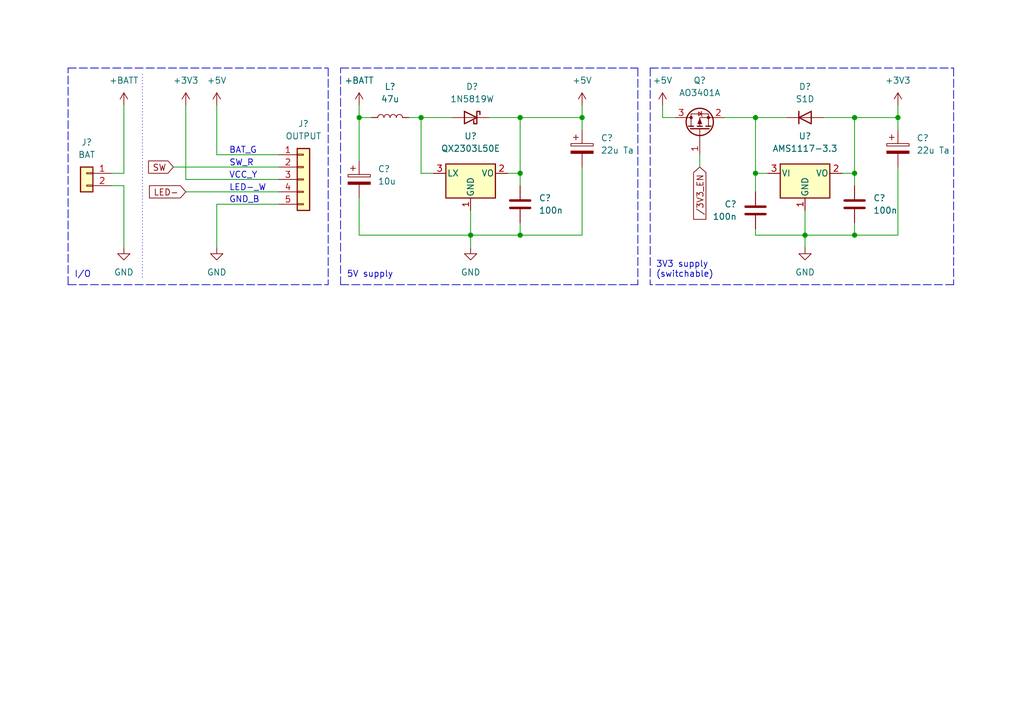
<source format=kicad_sch>
(kicad_sch (version 20211123) (generator eeschema)
  (paper "A5")
  (title_block (title "Napoleon Grill Battery Supply") (date "2024-10-22") (rev "0.1-alpha") (company "Yavook!de") (comment 1 "Napoleon Rogue SE (Special Edition) 425"))
  (lib_symbols
    (symbol "Connector_Generic:Conn_01x02" (pin_names (offset 1.016) hide)
      (property "Reference" "J" (at 0 2.54 0))
      (property "Value" "Conn_01x02" (at 0 -5.08 0))
      (symbol "Conn_01x02_1_1"
        (rectangle (start -1.27 -2.413) (end 0 -2.667) (stroke (width 0.1524)))
        (rectangle (start -1.27 0.127) (end 0 -0.127) (stroke (width 0.1524)))
        (rectangle (start -1.27 1.27) (end 1.27 -3.81) (stroke (width 0.254)) (fill (type background)))
        (pin passive line (at -5.08 0 0) (length 3.81) (name "Pin_1") (number "1"))
        (pin passive line (at -5.08 -2.54 0) (length 3.81) (name "Pin_2") (number "2"))
      )
    )
    (symbol "Connector_Generic:Conn_01x05" (pin_names (offset 1.016) hide)
      (property "Reference" "J" (at 0 7.62 0))
      (property "Value" "Conn_01x05" (at 0 -7.62 0))
      (symbol "Conn_01x05_1_1"
        (rectangle (start -1.27 -4.953) (end 0 -5.207) (stroke (width 0.1524)))
        (rectangle (start -1.27 -2.413) (end 0 -2.667) (stroke (width 0.1524)))
        (rectangle (start -1.27 0.127) (end 0 -0.127) (stroke (width 0.1524)))
        (rectangle (start -1.27 2.667) (end 0 2.413) (stroke (width 0.1524)))
        (rectangle (start -1.27 5.207) (end 0 4.953) (stroke (width 0.1524)))
        (rectangle (start -1.27 6.35) (end 1.27 -6.35) (stroke (width 0.254)) (fill (type background)))
        (pin passive line (at -5.08 5.08 0) (length 3.81) (name "Pin_1") (number "1"))
        (pin passive line (at -5.08 2.54 0) (length 3.81) (name "Pin_2") (number "2"))
        (pin passive line (at -5.08 0 0) (length 3.81) (name "Pin_3") (number "3"))
        (pin passive line (at -5.08 -2.54 0) (length 3.81) (name "Pin_4") (number "4"))
        (pin passive line (at -5.08 -5.08 0) (length 3.81) (name "Pin_5") (number "5"))
      )
    )
    (symbol "Device:C" (pin_numbers hide) (pin_names (offset 0.254))
      (property "Reference" "C" (at 0.635 2.54 0))
      (property "Value" "C" (at 0.635 -2.54 0))
      (symbol "C_0_1"
        (polyline (pts (xy -2.032 -0.762) (xy 2.032 -0.762)) (stroke (width 0.508)))
        (polyline (pts (xy -2.032 0.762) (xy 2.032 0.762)) (stroke (width 0.508)))
      )
      (symbol "C_1_1"
        (pin passive line (at 0 3.81 270) (length 2.794) (name "~") (number "1"))
        (pin passive line (at 0 -3.81 90) (length 2.794) (name "~") (number "2"))
      )
    )
    (symbol "Device:C_Polarized" (pin_numbers hide) (pin_names (offset 0.254))
      (property "Reference" "C" (at 0.635 2.54 0))
      (property "Value" "C_Polarized" (at 0.635 -2.54 0))
      (symbol "C_Polarized_0_1"
        (rectangle (start -2.286 0.508) (end 2.286 1.016))
        (polyline (pts (xy -1.778 2.286) (xy -0.762 2.286)))
        (polyline (pts (xy -1.27 2.794) (xy -1.27 1.778)))
        (rectangle (start 2.286 -0.508) (end -2.286 -1.016) (fill (type outline)))
      )
      (symbol "C_Polarized_1_1"
        (pin passive line (at 0 3.81 270) (length 2.794) (name "~") (number "1"))
        (pin passive line (at 0 -3.81 90) (length 2.794) (name "~") (number "2"))
      )
    )
    (symbol "Device:D_Schottky" (pin_numbers hide) (pin_names (offset 1.016) hide)
      (property "Reference" "D" (at 0 2.54 0))
      (property "Value" "D_Schottky" (at 0 -2.54 0))
      (symbol "D_Schottky_0_1"
        (polyline (pts (xy 1.27 0) (xy -1.27 0)))
        (polyline (pts (xy 1.27 1.27) (xy 1.27 -1.27) (xy -1.27 0) (xy 1.27 1.27)) (stroke (width 0.254)))
        (polyline (pts (xy -1.905 0.635) (xy -1.905 1.27) (xy -1.27 1.27) (xy -1.27 -1.27) (xy -0.635 -1.27) (xy -0.635 -0.635)) (stroke (width 0.254)))
      )
      (symbol "D_Schottky_1_1"
        (pin passive line (at -3.81 0 0) (length 2.54) (name "K") (number "1"))
        (pin passive line (at 3.81 0 180) (length 2.54) (name "A") (number "2"))
      )
    )
    (symbol "Device:L" (pin_numbers hide) (pin_names (offset 1.016) hide)
      (property "Reference" "L" (at -1.27 0 90))
      (property "Value" "L" (at 1.905 0 90))
      (symbol "L_0_1"
        (arc (start 0 -2.54) (mid 0.635 -1.905) (end 0 -1.27))
        (arc (start 0 -1.27) (mid 0.635 -0.635) (end 0 0))
        (arc (start 0 0) (mid 0.635 0.635) (end 0 1.27))
        (arc (start 0 1.27) (mid 0.635 1.905) (end 0 2.54))
      )
      (symbol "L_1_1"
        (pin passive line (at 0 3.81 270) (length 1.27) (name "1") (number "1"))
        (pin passive line (at 0 -3.81 90) (length 1.27) (name "2") (number "2"))
      )
    )
    (symbol "Diode:US1D" (pin_numbers hide) (pin_names (offset 1.016) hide)
      (property "Reference" "D" (at 0 2.54 0))
      (property "Value" "US1D" (at 0 -2.54 0))
      (symbol "US1D_0_1"
        (polyline (pts (xy -1.27 1.27) (xy -1.27 -1.27)) (stroke (width 0.254)))
        (polyline (pts (xy 1.27 0) (xy -1.27 0)))
        (polyline (pts (xy 1.27 1.27) (xy 1.27 -1.27) (xy -1.27 0) (xy 1.27 1.27)) (stroke (width 0.254)))
      )
      (symbol "US1D_1_1"
        (pin passive line (at -3.81 0 0) (length 2.54) (name "K") (number "1"))
        (pin passive line (at 3.81 0 180) (length 2.54) (name "A") (number "2"))
      )
    )
    (symbol "Regulator_Linear:AMS1117-3.3" (pin_names (offset 0.254))
      (property "Reference" "U" (at -3.81 3.175 0))
      (property "Value" "AMS1117-3.3" (at 0 3.175 0))
      (symbol "AMS1117-3.3_0_1"
        (rectangle (start -5.08 -5.08) (end 5.08 1.905) (stroke (width 0.254)) (fill (type background)))
      )
      (symbol "AMS1117-3.3_1_1"
        (pin power_in line (at 0 -7.62 90) (length 2.54) (name "GND") (number "1"))
        (pin power_out line (at 7.62 0 180) (length 2.54) (name "VO") (number "2"))
        (pin power_in line (at -7.62 0 0) (length 2.54) (name "VI") (number "3"))
      )
    )
    (symbol "Transistor_FET:AO3401A" (pin_names hide)
      (property "Reference" "Q" (at 5.08 1.905 0))
      (property "Value" "AO3401A" (at 5.08 0 0))
      (symbol "AO3401A_0_1"
        (polyline (pts (xy 0.254 0) (xy -2.54 0)))
        (polyline (pts (xy 0.254 1.905) (xy 0.254 -1.905)) (stroke (width 0.254)))
        (polyline (pts (xy 0.762 -1.27) (xy 0.762 -2.286)) (stroke (width 0.254)))
        (polyline (pts (xy 0.762 0.508) (xy 0.762 -0.508)) (stroke (width 0.254)))
        (polyline (pts (xy 0.762 2.286) (xy 0.762 1.27)) (stroke (width 0.254)))
        (polyline (pts (xy 2.54 2.54) (xy 2.54 1.778)))
        (polyline (pts (xy 2.54 -2.54) (xy 2.54 0) (xy 0.762 0)))
        (polyline (pts (xy 0.762 1.778) (xy 3.302 1.778) (xy 3.302 -1.778) (xy 0.762 -1.778)))
        (polyline (pts (xy 2.286 0) (xy 1.27 0.381) (xy 1.27 -0.381) (xy 2.286 0)) (fill (type outline)))
        (polyline (pts (xy 2.794 -0.508) (xy 2.921 -0.381) (xy 3.683 -0.381) (xy 3.81 -0.254)))
        (polyline (pts (xy 3.302 -0.381) (xy 2.921 0.254) (xy 3.683 0.254) (xy 3.302 -0.381)))
        (circle (center 1.651 0) (radius 2.794) (stroke (width 0.254)))
        (circle (center 2.54 -1.778) (radius 0.254) (fill (type outline)))
        (circle (center 2.54 1.778) (radius 0.254) (fill (type outline)))
      )
      (symbol "AO3401A_1_1"
        (pin input line (at -5.08 0 0) (length 2.54) (name "G") (number "1"))
        (pin passive line (at 2.54 -5.08 90) (length 2.54) (name "S") (number "2"))
        (pin passive line (at 2.54 5.08 270) (length 2.54) (name "D") (number "3"))
      )
    )
    (symbol "mini-boards:QX2303L50E" (pin_names (offset 0.254))
      (property "Reference" "U" (at -3.81 3.175 0))
      (property "Value" "QX2303L50E" (at 0 3.175 0))
      (symbol "QX2303L50E_0_1"
        (rectangle (start -5.08 -5.08) (end 5.08 1.905) (stroke (width 0.254)) (fill (type background)))
      )
      (symbol "QX2303L50E_1_1"
        (pin power_in line (at 0 -7.62 90) (length 2.54) (name "GND") (number "1"))
        (pin power_out line (at 7.62 0 180) (length 2.54) (name "VO") (number "2"))
        (pin open_collector line (at -7.62 0 0) (length 2.54) (name "LX") (number "3"))
      )
    )
    (symbol "power:+3V3" (power) (pin_names (offset 0))
      (property "Value" "+3V3" (at 0 3.556 0))
      (symbol "+3V3_0_1"
        (polyline (pts (xy -0.762 1.27) (xy 0 2.54)))
        (polyline (pts (xy 0 0) (xy 0 2.54)))
        (polyline (pts (xy 0 2.54) (xy 0.762 1.27)))
      )
      (symbol "+3V3_1_1"
        (pin power_in line (at 0 0 90) (length 0) hide (name "+3V3") (number "1"))
      )
    )
    (symbol "power:+5V" (power) (pin_names (offset 0))
      (property "Value" "+5V" (at 0 3.556 0))
      (symbol "+5V_0_1"
        (polyline (pts (xy -0.762 1.27) (xy 0 2.54)))
        (polyline (pts (xy 0 0) (xy 0 2.54)))
        (polyline (pts (xy 0 2.54) (xy 0.762 1.27)))
      )
      (symbol "+5V_1_1"
        (pin power_in line (at 0 0 90) (length 0) hide (name "+5V") (number "1"))
      )
    )
    (symbol "power:+BATT" (power) (pin_names (offset 0))
      (property "Value" "+BATT" (at 0 3.556 0))
      (symbol "+BATT_0_1"
        (polyline (pts (xy -0.762 1.27) (xy 0 2.54)))
        (polyline (pts (xy 0 0) (xy 0 2.54)))
        (polyline (pts (xy 0 2.54) (xy 0.762 1.27)))
      )
      (symbol "+BATT_1_1"
        (pin power_in line (at 0 0 90) (length 0) hide (name "+BATT") (number "1"))
      )
    )
    (symbol "power:GND" (power) (pin_names (offset 0))
      (property "Value" "GND" (at 0 -3.81 0))
      (symbol "GND_0_1"
        (polyline (pts (xy 0 0) (xy 0 -1.27) (xy 1.27 -1.27) (xy 0 -2.54) (xy -1.27 -1.27) (xy 0 -1.27)))
      )
      (symbol "GND_1_1"
        (pin power_in line (at 0 0 270) (length 0) hide (name "GND") (number "1"))
      )
    )
  )
  (junction (at 96.52 48.26))
  (junction (at 106.68 48.26))
  (junction (at 154.94 35.56))
  (junction (at 154.94 24.13))
  (junction (at 175.26 48.26))
  (junction (at 106.68 24.13))
  (junction (at 86.36 24.13))
  (junction (at 165.1 48.26))
  (junction (at 184.15 24.13))
  (junction (at 119.38 24.13))
  (junction (at 73.66 24.13))
  (junction (at 175.26 35.56))
  (junction (at 106.68 35.56))
  (junction (at 175.26 24.13))
  (wire (pts (xy 106.68 24.13) (xy 119.38 24.13)))
  (wire (pts (xy 135.89 24.13) (xy 138.43 24.13)))
  (wire (pts (xy 168.91 24.13) (xy 175.26 24.13)))
  (wire (pts (xy 44.45 41.91) (xy 44.45 50.8)))
  (polyline (pts (xy 133.35 13.97) (xy 195.58 13.97)))
  (wire (pts (xy 96.52 43.18) (xy 96.52 48.26)))
  (wire (pts (xy 35.56 34.29) (xy 57.15 34.29)))
  (wire (pts (xy 154.94 48.26) (xy 165.1 48.26)))
  (wire (pts (xy 38.1 39.37) (xy 57.15 39.37)))
  (wire (pts (xy 175.26 24.13) (xy 175.26 35.56)))
  (wire (pts (xy 175.26 24.13) (xy 184.15 24.13)))
  (wire (pts (xy 25.4 21.59) (xy 25.4 35.56)))
  (polyline (pts (xy 13.97 58.42) (xy 67.31 58.42)))
  (wire (pts (xy 22.86 38.1) (xy 25.4 38.1)))
  (polyline (pts (xy 29.21 15.24) (xy 29.21 57.15)) (stroke (width 0) (type dot)))
  (wire (pts (xy 22.86 35.56) (xy 25.4 35.56)))
  (wire (pts (xy 175.26 45.72) (xy 175.26 48.26)))
  (polyline (pts (xy 195.58 13.97) (xy 195.58 58.42)))
  (wire (pts (xy 184.15 21.59) (xy 184.15 24.13)))
  (wire (pts (xy 119.38 21.59) (xy 119.38 24.13)))
  (wire (pts (xy 104.14 35.56) (xy 106.68 35.56)))
  (wire (pts (xy 135.89 21.59) (xy 135.89 24.13)))
  (wire (pts (xy 73.66 24.13) (xy 76.2 24.13)))
  (wire (pts (xy 73.66 48.26) (xy 96.52 48.26)))
  (wire (pts (xy 143.51 31.75) (xy 143.51 34.29)))
  (wire (pts (xy 175.26 35.56) (xy 175.26 38.1)))
  (wire (pts (xy 184.15 48.26) (xy 175.26 48.26)))
  (wire (pts (xy 184.15 34.29) (xy 184.15 48.26)))
  (polyline (pts (xy 130.81 13.97) (xy 130.81 58.42)))
  (polyline (pts (xy 195.58 58.42) (xy 133.35 58.42)))
  (wire (pts (xy 154.94 46.99) (xy 154.94 48.26)))
  (wire (pts (xy 86.36 24.13) (xy 92.71 24.13)))
  (wire (pts (xy 38.1 36.83) (xy 57.15 36.83)))
  (wire (pts (xy 73.66 21.59) (xy 73.66 24.13)))
  (wire (pts (xy 119.38 34.29) (xy 119.38 48.26)))
  (wire (pts (xy 44.45 31.75) (xy 57.15 31.75)))
  (wire (pts (xy 86.36 35.56) (xy 86.36 24.13)))
  (polyline (pts (xy 69.85 58.42) (xy 69.85 13.97)))
  (wire (pts (xy 106.68 45.72) (xy 106.68 48.26)))
  (polyline (pts (xy 67.31 13.97) (xy 67.31 58.42)))
  (wire (pts (xy 119.38 48.26) (xy 106.68 48.26)))
  (polyline (pts (xy 69.85 58.42) (xy 130.81 58.42)))
  (wire (pts (xy 73.66 33.02) (xy 73.66 24.13)))
  (wire (pts (xy 44.45 41.91) (xy 57.15 41.91)))
  (wire (pts (xy 165.1 48.26) (xy 165.1 43.18)))
  (wire (pts (xy 96.52 48.26) (xy 96.52 50.8)))
  (wire (pts (xy 184.15 24.13) (xy 184.15 26.67)))
  (wire (pts (xy 165.1 48.26) (xy 165.1 50.8)))
  (wire (pts (xy 154.94 24.13) (xy 161.29 24.13)))
  (wire (pts (xy 154.94 35.56) (xy 154.94 24.13)))
  (wire (pts (xy 157.48 35.56) (xy 154.94 35.56)))
  (wire (pts (xy 106.68 48.26) (xy 96.52 48.26)))
  (wire (pts (xy 73.66 40.64) (xy 73.66 48.26)))
  (polyline (pts (xy 13.97 13.97) (xy 67.31 13.97)))
  (polyline (pts (xy 69.85 13.97) (xy 130.81 13.97)))
  (wire (pts (xy 83.82 24.13) (xy 86.36 24.13)))
  (wire (pts (xy 175.26 48.26) (xy 165.1 48.26)))
  (polyline (pts (xy 13.97 58.42) (xy 13.97 13.97)))
  (wire (pts (xy 44.45 21.59) (xy 44.45 31.75)))
  (wire (pts (xy 106.68 35.56) (xy 106.68 38.1)))
  (wire (pts (xy 100.33 24.13) (xy 106.68 24.13)))
  (wire (pts (xy 154.94 35.56) (xy 154.94 39.37)))
  (wire (pts (xy 148.59 24.13) (xy 154.94 24.13)))
  (wire (pts (xy 172.72 35.56) (xy 175.26 35.56)))
  (polyline (pts (xy 133.35 13.97) (xy 133.35 58.42)))
  (wire (pts (xy 119.38 24.13) (xy 119.38 26.67)))
  (wire (pts (xy 88.9 35.56) (xy 86.36 35.56)))
  (wire (pts (xy 38.1 36.83) (xy 38.1 21.59)))
  (wire (pts (xy 106.68 24.13) (xy 106.68 35.56)))
  (wire (pts (xy 25.4 38.1) (xy 25.4 50.8)))
  (text "I/O" (at 15.24 57.15 0) (effects (font (size 1.27 1.27)) (justify left bottom)))
  (text "VCC_Y" (at 46.9596 36.8053 0) (effects (font (size 1.27 1.27)) (justify left bottom)))
  (text "GND_B" (at 46.9596 41.8209 0) (effects (font (size 1.27 1.27)) (justify left bottom)))
  (text "5V supply" (at 71.0957 57.1325 0) (effects (font (size 1.27 1.27)) (justify left bottom)))
  (text "SW_R" (at 46.99 34.29 0) (effects (font (size 1.27 1.27)) (justify left bottom)))
  (text "BAT_G" (at 46.9596 31.6893 0) (effects (font (size 1.27 1.27)) (justify left bottom)))
  (text "LED-_W" (at 46.99 39.37 0) (effects (font (size 1.27 1.27)) (justify left bottom)))
  (text "3V3 supply\n(switchable)" (at 134.5093 57.1325 0) (effects (font (size 1.27 1.27)) (justify left bottom)))
  (global_label "LED-" (shape input) (at 38.1 39.37 180) (property "Referenzen zwischen Schaltplänen" "${INTERSHEET_REFS}" (effects hide)))
  (global_label "{slash}3V3_EN" (shape input) (at 143.51 34.29 270) (property "Referenzen zwischen Schaltplänen" "${INTERSHEET_REFS}" (effects hide)))
  (global_label "SW" (shape input) (at 35.56 34.29 180) (property "Referenzen zwischen Schaltplänen" "${INTERSHEET_REFS}" (effects hide)))
  (symbol (lib_id "power:GND") (at 165.1 50.8 0) (unit 1)
    (property "Reference" "#PWR0111" (effects hide))
    (property "Value" "GND" (at 165.1 55.88 0))
  )
  (symbol (lib_id "power:+5V") (at 119.38 21.59 0) (unit 1)
    (property "Reference" "#PWR0107" (effects hide))
    (property "Value" "+5V" (at 119.38 16.51 0))
  )
  (symbol (lib_id "Device:C_Polarized") (at 119.38 30.48 0) (unit 1)
    (property "Reference" "C?" (at 123.19 28.3209 0) (effects (justify left)))
    (property "Value" "22u Ta" (at 123.19 30.8609 0) (effects (justify left)))
    (property "Footprint" "Capacitor_SMD:C_1206_3216Metric_Pad1.33x1.80mm_HandSolder" (effects hide))
  )
  (symbol (lib_id "Device:D_Schottky") (at 96.52 24.13 0) (mirror y) (unit 1)
    (property "Reference" "D?" (at 96.8375 17.78 0))
    (property "Value" "1N5819W" (at 96.8375 20.32 0))
    (property "Footprint" "Diode_SMD:D_SOD-123" (effects hide))
    (property "Datasheet" "https://www.lcsc.com/datasheet/lcsc_datasheet_2307181656_HXY-MOSFET-1N5819W_C5451628.pdf" (effects hide))
  )
  (symbol (lib_id "power:+5V") (at 44.45 21.59 0) (unit 1)
    (property "Reference" "#PWR0101" (effects hide))
    (property "Value" "+5V" (at 44.45 16.51 0))
  )
  (symbol (lib_id "power:+5V") (at 135.89 21.59 0) (unit 1)
    (property "Reference" "#PWR0106" (effects hide))
    (property "Value" "+5V" (at 135.89 16.51 0))
  )
  (symbol (lib_id "Device:C") (at 154.94 43.18 0) (mirror x) (unit 1)
    (property "Reference" "C?" (at 151.13 41.9099 0) (effects (justify right)))
    (property "Value" "100n" (at 151.13 44.4499 0) (effects (justify right)))
  )
  (symbol (lib_id "Device:C") (at 106.68 41.91 0) (unit 1)
    (property "Reference" "C?" (at 110.49 40.6399 0) (effects (justify left)))
    (property "Value" "100n" (at 110.49 43.1799 0) (effects (justify left)))
  )
  (symbol (lib_id "power:GND") (at 44.45 50.8 0) (unit 1)
    (property "Reference" "#PWR0105" (effects hide))
    (property "Value" "GND" (at 44.45 55.88 0))
  )
  (symbol (lib_id "Device:C_Polarized") (at 73.66 36.83 0) (unit 1)
    (property "Reference" "C?" (at 77.47 34.6709 0) (effects (justify left)))
    (property "Value" "10u" (at 77.47 37.2109 0) (effects (justify left)))
    (property "Footprint" "Capacitor_SMD:CP_Elec_4x5.4" (effects hide))
  )
  (symbol (lib_id "power:+BATT") (at 25.4 21.59 0) (unit 1)
    (property "Reference" "#PWR0103" (effects hide))
    (property "Value" "+BATT" (at 25.4 16.51 0))
  )
  (symbol (lib_id "Device:L") (at 80.01 24.13 90) (unit 1)
    (property "Reference" "L?" (at 80.01 17.78 90))
    (property "Value" "47u" (at 80.01 20.32 90))
    (property "Footprint" "Inductor_SMD:L_10.4x10.4_H4.8" (effects hide))
  )
  (symbol (lib_id "power:GND") (at 96.52 50.8 0) (unit 1)
    (property "Reference" "#PWR0109" (effects hide))
    (property "Value" "GND" (at 96.52 55.88 0))
  )
  (symbol (lib_id "power:GND") (at 25.4 50.8 0) (unit 1)
    (property "Reference" "#PWR0104" (effects hide))
    (property "Value" "GND" (at 25.4 55.88 0))
  )
  (symbol (lib_id "Device:C_Polarized") (at 184.15 30.48 0) (unit 1)
    (property "Reference" "C?" (at 187.96 28.3209 0) (effects (justify left)))
    (property "Value" "22u Ta" (at 187.96 30.8609 0) (effects (justify left)))
    (property "Footprint" "Capacitor_SMD:C_1206_3216Metric_Pad1.33x1.80mm_HandSolder" (effects hide))
  )
  (symbol (lib_id "power:+3V3") (at 38.1 21.59 0) (unit 1)
    (property "Reference" "#PWR0102" (effects hide))
    (property "Value" "+3V3" (at 38.1 16.51 0))
  )
  (symbol (lib_id "Regulator_Linear:AMS1117-3.3") (at 165.1 35.56 0) (unit 1)
    (property "Reference" "U?" (at 165.1 27.94 0))
    (property "Value" "AMS1117-3.3" (at 165.1 30.48 0))
    (property "Footprint" "Package_TO_SOT_SMD:SOT-223-3_TabPin2" (effects hide))
    (property "Datasheet" "http://www.advanced-monolithic.com/pdf/ds1117.pdf" (effects hide))
  )
  (symbol (lib_id "power:+3V3") (at 184.15 21.59 0) (unit 1)
    (property "Reference" "#PWR0110" (effects hide))
    (property "Value" "+3V3" (at 184.15 16.51 0))
  )
  (symbol (lib_id "Transistor_FET:AO3401A") (at 143.51 26.67 90) (unit 1)
    (property "Reference" "Q?" (at 143.51 16.51 90))
    (property "Value" "AO3401A" (at 143.51 19.05 90))
    (property "Footprint" "Package_TO_SOT_SMD:SOT-23" (effects hide))
    (property "Datasheet" "http://www.aosmd.com/pdfs/datasheet/AO3401A.pdf" (effects hide))
  )
  (symbol (lib_id "Connector_Generic:Conn_01x02") (at 17.78 35.56 0) (mirror y) (unit 1)
    (property "Reference" "J?" (at 17.78 29.21 0))
    (property "Value" "BAT" (at 17.78 31.75 0))
  )
  (symbol (lib_id "Device:C") (at 175.26 41.91 0) (unit 1)
    (property "Reference" "C?" (at 179.07 40.6399 0) (effects (justify left)))
    (property "Value" "100n" (at 179.07 43.1799 0) (effects (justify left)))
  )
  (symbol (lib_id "power:+BATT") (at 73.66 21.59 0) (unit 1)
    (property "Reference" "#PWR0108" (effects hide))
    (property "Value" "+BATT" (at 73.66 16.51 0))
  )
  (symbol (lib_id "Diode:US1D") (at 165.1 24.13 0) (unit 1)
    (property "Reference" "D?" (at 165.1 17.78 0))
    (property "Value" "S1D" (at 165.1 20.32 0))
    (property "Footprint" "Diode_SMD:D_SMA_Handsoldering" (effects hide))
    (property "Datasheet" "https://www.vishay.com/docs/88711/s1.pdf" (effects hide))
  )
  (symbol (lib_id "mini-boards:QX2303L50E") (at 96.52 35.56 0) (unit 1)
    (property "Reference" "U?" (at 96.52 27.94 0))
    (property "Value" "QX2303L50E" (at 96.52 30.48 0))
    (property "Footprint" "Package_TO_SOT_SMD:SOT-89-3_Handsoldering" (effects hide))
    (property "Datasheet" "https://www.lcsc.com/datasheet/lcsc_datasheet_1809201531_QX-Micro-Devices-QX2303L50TO_C236066.pdf" (effects hide))
  )
  (symbol (lib_id "Connector_Generic:Conn_01x05") (at 62.23 36.83 0) (unit 1)
    (property "Reference" "J?" (at 62.23 25.4 0))
    (property "Value" "OUTPUT" (at 62.23 27.94 0))
  )
)
</source>
